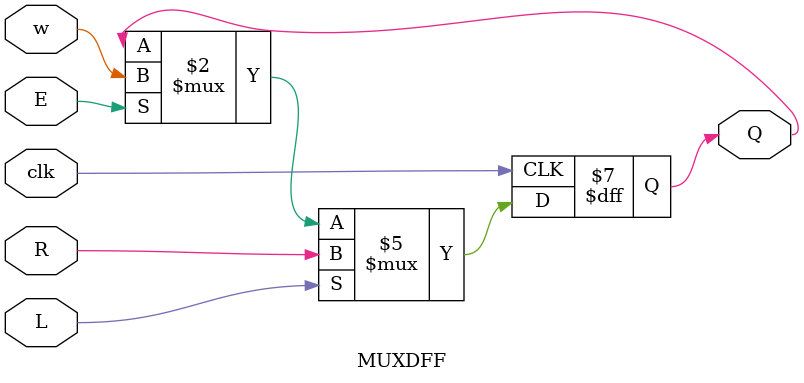
<source format=v>
/*
Consider the n-bit shift register circuit shown below:



Write a top-level Verilog module (named top_module) for the shift register, assuming that n = 4. Instantiate four copies of your MUXDFF subcircuit in your top-level module. Assume that you are going to implement the circuit on the DE2 board.

Connect the R inputs to the SW switches,
clk to KEY[0],
E to KEY[1],
L to KEY[2], and
w to KEY[3].
Connect the outputs to the red lights LEDR[3:0].
(Reuse your MUXDFF from exams/2014_q4a.)
*/
module top_module (
    input [3:0] SW,
    input [3:0] KEY,
    output [3:0] LEDR
);
    MUXDFF dut3(.clk(KEY[0]), .w(KEY[3]), .R(SW[3]), .E(KEY[1]), .L(KEY[2]), .Q(LEDR[3]));
    MUXDFF dut2(.clk(KEY[0]), .w(LEDR[3]), .R(SW[2]), .E(KEY[1]), .L(KEY[2]), .Q(LEDR[2]));
    MUXDFF dut1(.clk(KEY[0]), .w(LEDR[2]), .R(SW[1]), .E(KEY[1]), .L(KEY[2]), .Q(LEDR[1]));
    MUXDFF dut0(.clk(KEY[0]), .w(LEDR[1]), .R(SW[0]), .E(KEY[1]), .L(KEY[2]), .Q(LEDR[0]));
endmodule

module MUXDFF (
    input clk,
    input w, R, E, L,
    output Q
);
    always @(posedge clk) begin
        if(L) Q <= R;
        else if(E) Q <= w;
    end
endmodule

</source>
